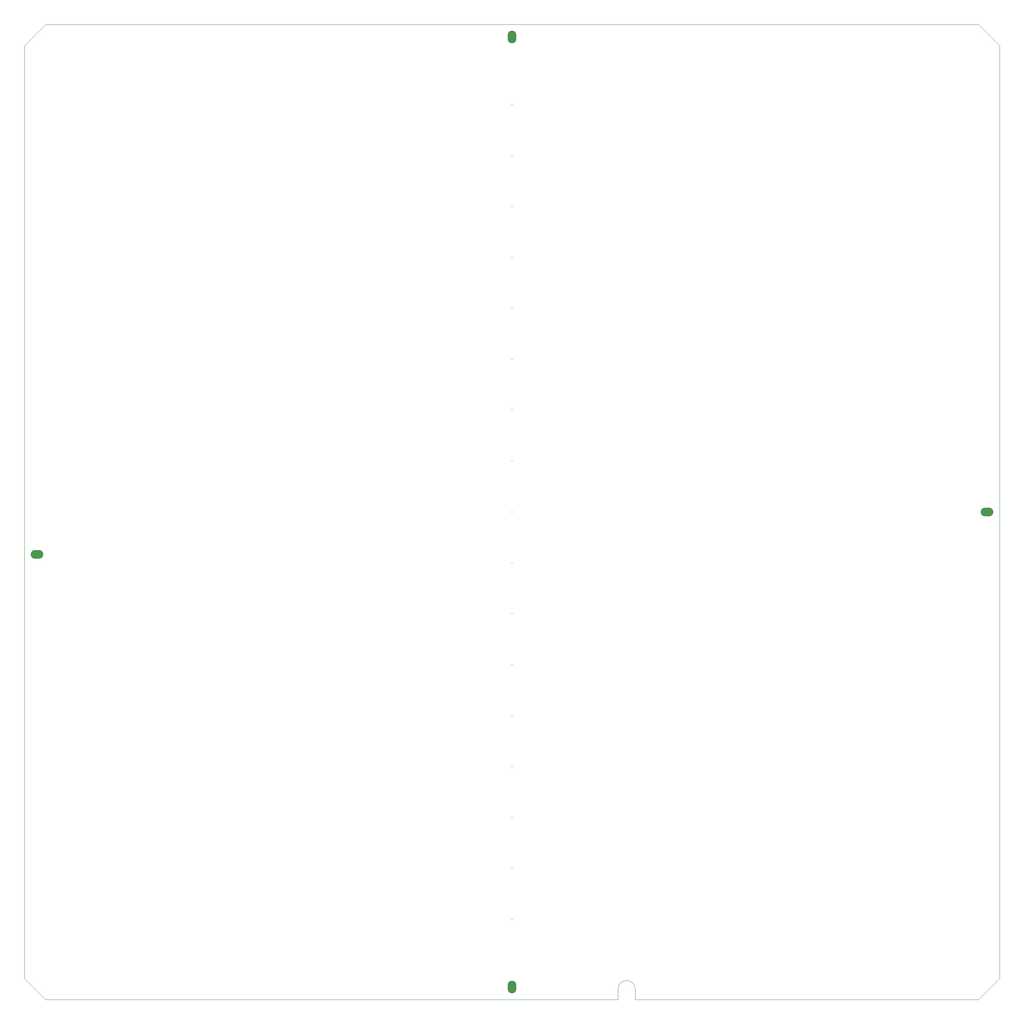
<source format=gbr>
G04 MODS 12mm Pinhole Slit Mask *
G04 Created by R. Pogge 2012 Sept 13 *

%FSLAX33Y33*%
%MOMM*%
%SFA1.0B1.0*%

G04 Aperture Definition *
%ADD10C,0.0*%
%ADD11C,0.240*%
%ADD501R,0.150X0.700*%
%ADD502R,0.700X0.150*%
%ADD521O,3.000X2.050*%
%ADD522O,2.050X3.000*%

%LNMASK*%
%LPD*%
G04 Slits *
G54D11*
X120000Y120000D03*
G54D11*
X120000Y108000D03*
G54D11*
X120000Y96000D03*
G54D11*
X120000Y84000D03*
G54D11*
X120000Y72000D03*
G54D11*
X120000Y60000D03*
G54D11*
X120000Y48000D03*
G54D11*
X120000Y36000D03*
G54D11*
X120000Y24000D03*
G54D11*
X120000Y132000D03*
G54D11*
X120000Y144000D03*
G54D11*
X120000Y156000D03*
G54D11*
X120000Y168000D03*
G54D11*
X120000Y180000D03*
G54D11*
X120000Y192000D03*
G54D11*
X120000Y204000D03*
G54D11*
X120000Y216000D03*

G04 Centering Holes *
G54D521*
X232000Y120000D03*
X8000Y110000D03*
G54D522*
X120000Y232000D03*
X120000Y8000D03*
G54D10*

G04 Mask Countour *
G01X5000Y10000D02*
X10000Y5000D01*
X145000Y5000D01*
X145000Y7500D01*
G75*
G02X149000Y7500I2000J0D01*
G01X149000Y5000D01*
X230000Y5000D01*
X235000Y10000D01*
X235000Y230000D01*
X230000Y235000D01*
X10000Y235000D01*
X5000Y230000D01*
X5000Y10000D01*
M02*

</source>
